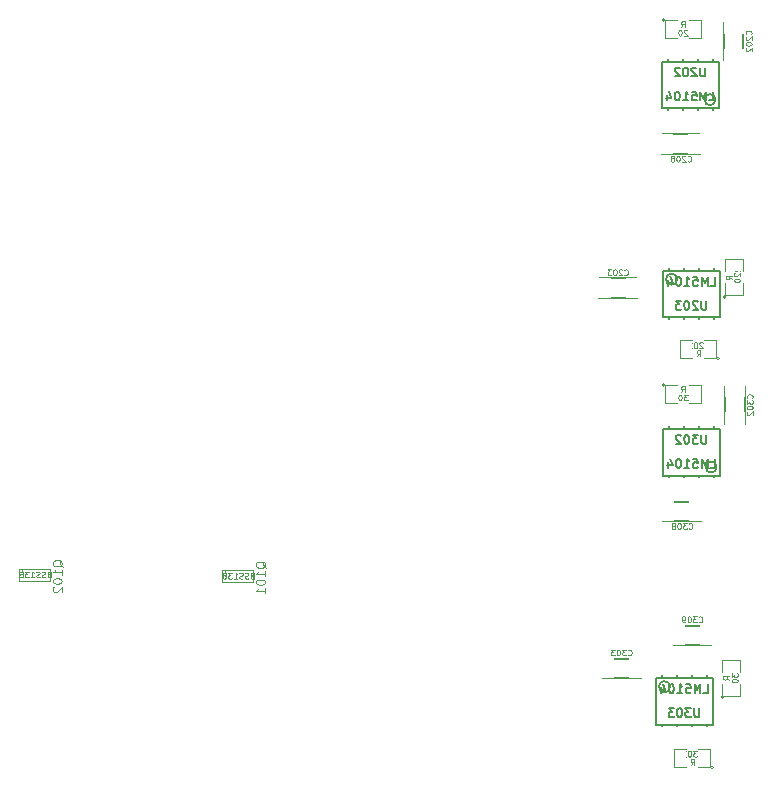
<source format=gbo>
G04 (created by PCBNEW (2013-07-07 BZR 4022)-stable) date 01/04/2014 01:53:02*
%MOIN*%
G04 Gerber Fmt 3.4, Leading zero omitted, Abs format*
%FSLAX34Y34*%
G01*
G70*
G90*
G04 APERTURE LIST*
%ADD10C,0.00590551*%
%ADD11C,0.005*%
%ADD12C,0.0039*%
%ADD13C,0.0031*%
%ADD14C,0.0059*%
%ADD15C,0.0043*%
%ADD16C,0.0047*%
%ADD17R,0.025X0.05*%
%ADD18R,0.055X0.035*%
%ADD19R,0.035X0.055*%
%ADD20R,0.06X0.06*%
%ADD21C,0.06*%
%ADD22C,0.11811*%
%ADD23R,0.071X0.063*%
%ADD24R,0.063X0.071*%
%ADD25O,0.11811X0.0708661*%
%ADD26O,0.11811X0.11811*%
%ADD27R,0.0315X0.0394*%
G04 APERTURE END LIST*
G54D10*
G54D11*
X58380Y-39480D02*
X58380Y-37920D01*
X58380Y-37920D02*
X60280Y-37920D01*
X60280Y-37920D02*
X60280Y-39480D01*
X60280Y-39480D02*
X58380Y-39480D01*
X58580Y-39480D02*
X58580Y-39910D01*
X59080Y-39480D02*
X59080Y-39910D01*
X59580Y-39480D02*
X59580Y-39910D01*
X60080Y-39910D02*
X60080Y-39480D01*
X60080Y-37920D02*
X60080Y-37490D01*
X59580Y-37490D02*
X59580Y-37920D01*
X59080Y-37490D02*
X59080Y-37920D01*
X58580Y-37490D02*
X58580Y-37920D01*
X58856Y-38210D02*
G75*
G03X58856Y-38210I-186J0D01*
G74*
G01*
X60241Y-30952D02*
X60241Y-32512D01*
X60241Y-32512D02*
X58341Y-32512D01*
X58341Y-32512D02*
X58341Y-30952D01*
X58341Y-30952D02*
X60241Y-30952D01*
X60041Y-30952D02*
X60041Y-30522D01*
X59541Y-30952D02*
X59541Y-30522D01*
X59041Y-30952D02*
X59041Y-30522D01*
X58541Y-30522D02*
X58541Y-30952D01*
X58541Y-32512D02*
X58541Y-32942D01*
X59041Y-32942D02*
X59041Y-32512D01*
X59541Y-32942D02*
X59541Y-32512D01*
X60041Y-32942D02*
X60041Y-32512D01*
X60137Y-32222D02*
G75*
G03X60137Y-32222I-186J0D01*
G74*
G01*
X60280Y-43196D02*
X60280Y-44756D01*
X60280Y-44756D02*
X58380Y-44756D01*
X58380Y-44756D02*
X58380Y-43196D01*
X58380Y-43196D02*
X60280Y-43196D01*
X60080Y-43196D02*
X60080Y-42766D01*
X59580Y-43196D02*
X59580Y-42766D01*
X59080Y-43196D02*
X59080Y-42766D01*
X58580Y-42766D02*
X58580Y-43196D01*
X58580Y-44756D02*
X58580Y-45186D01*
X59080Y-45186D02*
X59080Y-44756D01*
X59580Y-45186D02*
X59580Y-44756D01*
X60080Y-45186D02*
X60080Y-44756D01*
X60176Y-44466D02*
G75*
G03X60176Y-44466I-186J0D01*
G74*
G01*
X58144Y-53063D02*
X58144Y-51503D01*
X58144Y-51503D02*
X60044Y-51503D01*
X60044Y-51503D02*
X60044Y-53063D01*
X60044Y-53063D02*
X58144Y-53063D01*
X58344Y-53063D02*
X58344Y-53493D01*
X58844Y-53063D02*
X58844Y-53493D01*
X59344Y-53063D02*
X59344Y-53493D01*
X59844Y-53493D02*
X59844Y-53063D01*
X59844Y-51503D02*
X59844Y-51073D01*
X59344Y-51073D02*
X59344Y-51503D01*
X58844Y-51073D02*
X58844Y-51503D01*
X58344Y-51073D02*
X58344Y-51503D01*
X58620Y-51793D02*
G75*
G03X58620Y-51793I-186J0D01*
G74*
G01*
G54D12*
X60419Y-52146D02*
G75*
G03X60419Y-52146I-50J0D01*
G74*
G01*
X60369Y-51696D02*
X60369Y-52096D01*
X60369Y-52096D02*
X60969Y-52096D01*
X60969Y-52096D02*
X60969Y-51696D01*
X60969Y-51296D02*
X60969Y-50896D01*
X60969Y-50896D02*
X60369Y-50896D01*
X60369Y-50896D02*
X60369Y-51296D01*
X60498Y-38799D02*
G75*
G03X60498Y-38799I-50J0D01*
G74*
G01*
X60448Y-38349D02*
X60448Y-38749D01*
X60448Y-38749D02*
X61048Y-38749D01*
X61048Y-38749D02*
X61048Y-38349D01*
X61048Y-37949D02*
X61048Y-37549D01*
X61048Y-37549D02*
X60448Y-37549D01*
X60448Y-37549D02*
X60448Y-37949D01*
X58455Y-29581D02*
G75*
G03X58455Y-29581I-50J0D01*
G74*
G01*
X58855Y-29581D02*
X58455Y-29581D01*
X58455Y-29581D02*
X58455Y-30181D01*
X58455Y-30181D02*
X58855Y-30181D01*
X59255Y-30181D02*
X59655Y-30181D01*
X59655Y-30181D02*
X59655Y-29581D01*
X59655Y-29581D02*
X59255Y-29581D01*
X60266Y-40851D02*
G75*
G03X60266Y-40851I-50J0D01*
G74*
G01*
X59766Y-40851D02*
X60166Y-40851D01*
X60166Y-40851D02*
X60166Y-40251D01*
X60166Y-40251D02*
X59766Y-40251D01*
X59366Y-40251D02*
X58966Y-40251D01*
X58966Y-40251D02*
X58966Y-40851D01*
X58966Y-40851D02*
X59366Y-40851D01*
X60070Y-54473D02*
G75*
G03X60070Y-54473I-50J0D01*
G74*
G01*
X59570Y-54473D02*
X59970Y-54473D01*
X59970Y-54473D02*
X59970Y-53873D01*
X59970Y-53873D02*
X59570Y-53873D01*
X59170Y-53873D02*
X58770Y-53873D01*
X58770Y-53873D02*
X58770Y-54473D01*
X58770Y-54473D02*
X59170Y-54473D01*
X58455Y-41747D02*
G75*
G03X58455Y-41747I-50J0D01*
G74*
G01*
X58855Y-41747D02*
X58455Y-41747D01*
X58455Y-41747D02*
X58455Y-42347D01*
X58455Y-42347D02*
X58855Y-42347D01*
X59255Y-42347D02*
X59655Y-42347D01*
X59655Y-42347D02*
X59655Y-41747D01*
X59655Y-41747D02*
X59255Y-41747D01*
G54D11*
X60467Y-41951D02*
X61107Y-41951D01*
X61107Y-42851D02*
X60467Y-42851D01*
X61107Y-43031D02*
X60467Y-43031D01*
X60467Y-43031D02*
X60467Y-41771D01*
X60467Y-41771D02*
X61107Y-41771D01*
X61107Y-41771D02*
X61107Y-43031D01*
X56557Y-51501D02*
X56557Y-50861D01*
X57457Y-50861D02*
X57457Y-51501D01*
X57637Y-50861D02*
X57637Y-51501D01*
X57637Y-51501D02*
X56377Y-51501D01*
X56377Y-51501D02*
X56377Y-50861D01*
X56377Y-50861D02*
X57637Y-50861D01*
X58920Y-50398D02*
X58920Y-49758D01*
X59820Y-49758D02*
X59820Y-50398D01*
X60000Y-49758D02*
X60000Y-50398D01*
X60000Y-50398D02*
X58740Y-50398D01*
X58740Y-50398D02*
X58740Y-49758D01*
X58740Y-49758D02*
X60000Y-49758D01*
X59465Y-45624D02*
X59465Y-46264D01*
X58565Y-46264D02*
X58565Y-45624D01*
X58385Y-46264D02*
X58385Y-45624D01*
X58385Y-45624D02*
X59645Y-45624D01*
X59645Y-45624D02*
X59645Y-46264D01*
X59645Y-46264D02*
X58385Y-46264D01*
X59426Y-33380D02*
X59426Y-34020D01*
X58526Y-34020D02*
X58526Y-33380D01*
X58346Y-34020D02*
X58346Y-33380D01*
X58346Y-33380D02*
X59606Y-33380D01*
X59606Y-33380D02*
X59606Y-34020D01*
X59606Y-34020D02*
X58346Y-34020D01*
X60428Y-29825D02*
X61068Y-29825D01*
X61068Y-30725D02*
X60428Y-30725D01*
X61068Y-30905D02*
X60428Y-30905D01*
X60428Y-30905D02*
X60428Y-29645D01*
X60428Y-29645D02*
X61068Y-29645D01*
X61068Y-29645D02*
X61068Y-30905D01*
X56439Y-38823D02*
X56439Y-38183D01*
X57339Y-38183D02*
X57339Y-38823D01*
X57519Y-38183D02*
X57519Y-38823D01*
X57519Y-38823D02*
X56259Y-38823D01*
X56259Y-38823D02*
X56259Y-38183D01*
X56259Y-38183D02*
X57519Y-38183D01*
G54D13*
X43812Y-47972D02*
G75*
G03X43812Y-47972I-62J0D01*
G74*
G01*
X44712Y-48310D02*
X44712Y-47910D01*
X43687Y-48310D02*
X43687Y-47910D01*
X44712Y-47910D02*
X43687Y-47910D01*
X43687Y-48310D02*
X44712Y-48310D01*
X37040Y-47932D02*
G75*
G03X37040Y-47932I-62J0D01*
G74*
G01*
X37940Y-48270D02*
X37940Y-47870D01*
X36915Y-48270D02*
X36915Y-47870D01*
X37940Y-47870D02*
X36915Y-47870D01*
X36915Y-48270D02*
X37940Y-48270D01*
G54D14*
X59836Y-38925D02*
X59836Y-39164D01*
X59822Y-39192D01*
X59808Y-39206D01*
X59780Y-39220D01*
X59724Y-39220D01*
X59695Y-39206D01*
X59681Y-39192D01*
X59667Y-39164D01*
X59667Y-38925D01*
X59541Y-38953D02*
X59527Y-38939D01*
X59499Y-38925D01*
X59429Y-38925D01*
X59400Y-38939D01*
X59386Y-38953D01*
X59372Y-38981D01*
X59372Y-39009D01*
X59386Y-39051D01*
X59555Y-39220D01*
X59372Y-39220D01*
X59190Y-38925D02*
X59162Y-38925D01*
X59134Y-38939D01*
X59119Y-38953D01*
X59105Y-38981D01*
X59091Y-39037D01*
X59091Y-39107D01*
X59105Y-39164D01*
X59119Y-39192D01*
X59134Y-39206D01*
X59162Y-39220D01*
X59190Y-39220D01*
X59218Y-39206D01*
X59232Y-39192D01*
X59246Y-39164D01*
X59260Y-39107D01*
X59260Y-39037D01*
X59246Y-38981D01*
X59232Y-38953D01*
X59218Y-38939D01*
X59190Y-38925D01*
X58993Y-38925D02*
X58810Y-38925D01*
X58909Y-39037D01*
X58867Y-39037D01*
X58839Y-39051D01*
X58824Y-39065D01*
X58810Y-39093D01*
X58810Y-39164D01*
X58824Y-39192D01*
X58839Y-39206D01*
X58867Y-39220D01*
X58951Y-39220D01*
X58979Y-39206D01*
X58993Y-39192D01*
X59969Y-38420D02*
X60110Y-38420D01*
X60110Y-38125D01*
X59871Y-38420D02*
X59871Y-38125D01*
X59773Y-38335D01*
X59674Y-38125D01*
X59674Y-38420D01*
X59393Y-38125D02*
X59534Y-38125D01*
X59548Y-38265D01*
X59534Y-38251D01*
X59506Y-38237D01*
X59436Y-38237D01*
X59407Y-38251D01*
X59393Y-38265D01*
X59379Y-38293D01*
X59379Y-38364D01*
X59393Y-38392D01*
X59407Y-38406D01*
X59436Y-38420D01*
X59506Y-38420D01*
X59534Y-38406D01*
X59548Y-38392D01*
X59098Y-38420D02*
X59267Y-38420D01*
X59183Y-38420D02*
X59183Y-38125D01*
X59211Y-38167D01*
X59239Y-38195D01*
X59267Y-38209D01*
X58916Y-38125D02*
X58888Y-38125D01*
X58860Y-38139D01*
X58846Y-38153D01*
X58832Y-38181D01*
X58817Y-38237D01*
X58817Y-38307D01*
X58832Y-38364D01*
X58846Y-38392D01*
X58860Y-38406D01*
X58888Y-38420D01*
X58916Y-38420D01*
X58944Y-38406D01*
X58958Y-38392D01*
X58972Y-38364D01*
X58986Y-38307D01*
X58986Y-38237D01*
X58972Y-38181D01*
X58958Y-38153D01*
X58944Y-38139D01*
X58916Y-38125D01*
X58565Y-38223D02*
X58565Y-38420D01*
X58635Y-38111D02*
X58705Y-38321D01*
X58522Y-38321D01*
X59797Y-31156D02*
X59797Y-31395D01*
X59783Y-31423D01*
X59768Y-31437D01*
X59740Y-31451D01*
X59684Y-31451D01*
X59656Y-31437D01*
X59642Y-31423D01*
X59628Y-31395D01*
X59628Y-31156D01*
X59502Y-31184D02*
X59488Y-31170D01*
X59459Y-31156D01*
X59389Y-31156D01*
X59361Y-31170D01*
X59347Y-31184D01*
X59333Y-31212D01*
X59333Y-31240D01*
X59347Y-31283D01*
X59516Y-31451D01*
X59333Y-31451D01*
X59150Y-31156D02*
X59122Y-31156D01*
X59094Y-31170D01*
X59080Y-31184D01*
X59066Y-31212D01*
X59052Y-31269D01*
X59052Y-31339D01*
X59066Y-31395D01*
X59080Y-31423D01*
X59094Y-31437D01*
X59122Y-31451D01*
X59150Y-31451D01*
X59178Y-31437D01*
X59193Y-31423D01*
X59207Y-31395D01*
X59221Y-31339D01*
X59221Y-31269D01*
X59207Y-31212D01*
X59193Y-31184D01*
X59178Y-31170D01*
X59150Y-31156D01*
X58940Y-31184D02*
X58926Y-31170D01*
X58898Y-31156D01*
X58827Y-31156D01*
X58799Y-31170D01*
X58785Y-31184D01*
X58771Y-31212D01*
X58771Y-31240D01*
X58785Y-31283D01*
X58954Y-31451D01*
X58771Y-31451D01*
X59930Y-32251D02*
X60070Y-32251D01*
X60070Y-31956D01*
X59832Y-32251D02*
X59832Y-31956D01*
X59733Y-32167D01*
X59635Y-31956D01*
X59635Y-32251D01*
X59354Y-31956D02*
X59495Y-31956D01*
X59509Y-32097D01*
X59495Y-32083D01*
X59466Y-32069D01*
X59396Y-32069D01*
X59368Y-32083D01*
X59354Y-32097D01*
X59340Y-32125D01*
X59340Y-32195D01*
X59354Y-32223D01*
X59368Y-32237D01*
X59396Y-32251D01*
X59466Y-32251D01*
X59495Y-32237D01*
X59509Y-32223D01*
X59059Y-32251D02*
X59228Y-32251D01*
X59143Y-32251D02*
X59143Y-31956D01*
X59171Y-31998D01*
X59200Y-32026D01*
X59228Y-32040D01*
X58876Y-31956D02*
X58848Y-31956D01*
X58820Y-31970D01*
X58806Y-31984D01*
X58792Y-32012D01*
X58778Y-32069D01*
X58778Y-32139D01*
X58792Y-32195D01*
X58806Y-32223D01*
X58820Y-32237D01*
X58848Y-32251D01*
X58876Y-32251D01*
X58905Y-32237D01*
X58919Y-32223D01*
X58933Y-32195D01*
X58947Y-32139D01*
X58947Y-32069D01*
X58933Y-32012D01*
X58919Y-31984D01*
X58905Y-31970D01*
X58876Y-31956D01*
X58525Y-32055D02*
X58525Y-32251D01*
X58595Y-31942D02*
X58666Y-32153D01*
X58483Y-32153D01*
X59836Y-43400D02*
X59836Y-43639D01*
X59822Y-43667D01*
X59808Y-43681D01*
X59780Y-43695D01*
X59724Y-43695D01*
X59695Y-43681D01*
X59681Y-43667D01*
X59667Y-43639D01*
X59667Y-43400D01*
X59555Y-43400D02*
X59372Y-43400D01*
X59471Y-43513D01*
X59429Y-43513D01*
X59400Y-43527D01*
X59386Y-43541D01*
X59372Y-43569D01*
X59372Y-43639D01*
X59386Y-43667D01*
X59400Y-43681D01*
X59429Y-43695D01*
X59513Y-43695D01*
X59541Y-43681D01*
X59555Y-43667D01*
X59190Y-43400D02*
X59162Y-43400D01*
X59134Y-43414D01*
X59119Y-43428D01*
X59105Y-43456D01*
X59091Y-43513D01*
X59091Y-43583D01*
X59105Y-43639D01*
X59119Y-43667D01*
X59134Y-43681D01*
X59162Y-43695D01*
X59190Y-43695D01*
X59218Y-43681D01*
X59232Y-43667D01*
X59246Y-43639D01*
X59260Y-43583D01*
X59260Y-43513D01*
X59246Y-43456D01*
X59232Y-43428D01*
X59218Y-43414D01*
X59190Y-43400D01*
X58979Y-43428D02*
X58965Y-43414D01*
X58937Y-43400D01*
X58867Y-43400D01*
X58839Y-43414D01*
X58824Y-43428D01*
X58810Y-43456D01*
X58810Y-43485D01*
X58824Y-43527D01*
X58993Y-43695D01*
X58810Y-43695D01*
X59969Y-44495D02*
X60110Y-44495D01*
X60110Y-44200D01*
X59871Y-44495D02*
X59871Y-44200D01*
X59773Y-44411D01*
X59674Y-44200D01*
X59674Y-44495D01*
X59393Y-44200D02*
X59534Y-44200D01*
X59548Y-44341D01*
X59534Y-44327D01*
X59506Y-44313D01*
X59436Y-44313D01*
X59407Y-44327D01*
X59393Y-44341D01*
X59379Y-44369D01*
X59379Y-44439D01*
X59393Y-44467D01*
X59407Y-44481D01*
X59436Y-44495D01*
X59506Y-44495D01*
X59534Y-44481D01*
X59548Y-44467D01*
X59098Y-44495D02*
X59267Y-44495D01*
X59183Y-44495D02*
X59183Y-44200D01*
X59211Y-44242D01*
X59239Y-44271D01*
X59267Y-44285D01*
X58916Y-44200D02*
X58888Y-44200D01*
X58860Y-44214D01*
X58846Y-44228D01*
X58832Y-44256D01*
X58817Y-44313D01*
X58817Y-44383D01*
X58832Y-44439D01*
X58846Y-44467D01*
X58860Y-44481D01*
X58888Y-44495D01*
X58916Y-44495D01*
X58944Y-44481D01*
X58958Y-44467D01*
X58972Y-44439D01*
X58986Y-44383D01*
X58986Y-44313D01*
X58972Y-44256D01*
X58958Y-44228D01*
X58944Y-44214D01*
X58916Y-44200D01*
X58565Y-44299D02*
X58565Y-44495D01*
X58635Y-44186D02*
X58705Y-44397D01*
X58522Y-44397D01*
X59600Y-52507D02*
X59600Y-52746D01*
X59586Y-52774D01*
X59572Y-52788D01*
X59544Y-52802D01*
X59487Y-52802D01*
X59459Y-52788D01*
X59445Y-52774D01*
X59431Y-52746D01*
X59431Y-52507D01*
X59319Y-52507D02*
X59136Y-52507D01*
X59234Y-52620D01*
X59192Y-52620D01*
X59164Y-52634D01*
X59150Y-52648D01*
X59136Y-52676D01*
X59136Y-52746D01*
X59150Y-52774D01*
X59164Y-52788D01*
X59192Y-52802D01*
X59277Y-52802D01*
X59305Y-52788D01*
X59319Y-52774D01*
X58954Y-52507D02*
X58925Y-52507D01*
X58897Y-52521D01*
X58883Y-52535D01*
X58869Y-52564D01*
X58855Y-52620D01*
X58855Y-52690D01*
X58869Y-52746D01*
X58883Y-52774D01*
X58897Y-52788D01*
X58925Y-52802D01*
X58954Y-52802D01*
X58982Y-52788D01*
X58996Y-52774D01*
X59010Y-52746D01*
X59024Y-52690D01*
X59024Y-52620D01*
X59010Y-52564D01*
X58996Y-52535D01*
X58982Y-52521D01*
X58954Y-52507D01*
X58757Y-52507D02*
X58574Y-52507D01*
X58673Y-52620D01*
X58630Y-52620D01*
X58602Y-52634D01*
X58588Y-52648D01*
X58574Y-52676D01*
X58574Y-52746D01*
X58588Y-52774D01*
X58602Y-52788D01*
X58630Y-52802D01*
X58715Y-52802D01*
X58743Y-52788D01*
X58757Y-52774D01*
X59733Y-52002D02*
X59874Y-52002D01*
X59874Y-51707D01*
X59635Y-52002D02*
X59635Y-51707D01*
X59536Y-51918D01*
X59438Y-51707D01*
X59438Y-52002D01*
X59157Y-51707D02*
X59298Y-51707D01*
X59312Y-51848D01*
X59298Y-51834D01*
X59270Y-51820D01*
X59199Y-51820D01*
X59171Y-51834D01*
X59157Y-51848D01*
X59143Y-51876D01*
X59143Y-51946D01*
X59157Y-51974D01*
X59171Y-51988D01*
X59199Y-52002D01*
X59270Y-52002D01*
X59298Y-51988D01*
X59312Y-51974D01*
X58862Y-52002D02*
X59031Y-52002D01*
X58946Y-52002D02*
X58946Y-51707D01*
X58975Y-51750D01*
X59003Y-51778D01*
X59031Y-51792D01*
X58680Y-51707D02*
X58651Y-51707D01*
X58623Y-51721D01*
X58609Y-51735D01*
X58595Y-51764D01*
X58581Y-51820D01*
X58581Y-51890D01*
X58595Y-51946D01*
X58609Y-51974D01*
X58623Y-51988D01*
X58651Y-52002D01*
X58680Y-52002D01*
X58708Y-51988D01*
X58722Y-51974D01*
X58736Y-51946D01*
X58750Y-51890D01*
X58750Y-51820D01*
X58736Y-51764D01*
X58722Y-51735D01*
X58708Y-51721D01*
X58680Y-51707D01*
X58328Y-51806D02*
X58328Y-52002D01*
X58399Y-51693D02*
X58469Y-51904D01*
X58286Y-51904D01*
G54D15*
X60874Y-51275D02*
X60780Y-51209D01*
X60874Y-51163D02*
X60677Y-51163D01*
X60677Y-51238D01*
X60686Y-51256D01*
X60695Y-51266D01*
X60714Y-51275D01*
X60742Y-51275D01*
X60761Y-51266D01*
X60770Y-51256D01*
X60780Y-51238D01*
X60780Y-51163D01*
X60677Y-51341D02*
X60677Y-51463D01*
X60752Y-51397D01*
X60752Y-51425D01*
X60761Y-51444D01*
X60770Y-51453D01*
X60789Y-51463D01*
X60836Y-51463D01*
X60855Y-51453D01*
X60864Y-51444D01*
X60874Y-51425D01*
X60874Y-51369D01*
X60864Y-51350D01*
X60855Y-51341D01*
X60677Y-51585D02*
X60677Y-51603D01*
X60686Y-51622D01*
X60695Y-51632D01*
X60714Y-51641D01*
X60752Y-51650D01*
X60798Y-51650D01*
X60836Y-51641D01*
X60855Y-51632D01*
X60864Y-51622D01*
X60874Y-51603D01*
X60874Y-51585D01*
X60864Y-51566D01*
X60855Y-51557D01*
X60836Y-51547D01*
X60798Y-51538D01*
X60752Y-51538D01*
X60714Y-51547D01*
X60695Y-51557D01*
X60686Y-51566D01*
X60677Y-51585D01*
X60677Y-51829D02*
X60677Y-51735D01*
X60770Y-51725D01*
X60761Y-51735D01*
X60752Y-51754D01*
X60752Y-51800D01*
X60761Y-51819D01*
X60770Y-51829D01*
X60789Y-51838D01*
X60836Y-51838D01*
X60855Y-51829D01*
X60864Y-51819D01*
X60874Y-51800D01*
X60874Y-51754D01*
X60864Y-51735D01*
X60855Y-51725D01*
X60599Y-51557D02*
X60505Y-51491D01*
X60599Y-51444D02*
X60402Y-51444D01*
X60402Y-51519D01*
X60411Y-51538D01*
X60420Y-51547D01*
X60439Y-51557D01*
X60467Y-51557D01*
X60486Y-51547D01*
X60495Y-51538D01*
X60505Y-51519D01*
X60505Y-51444D01*
X60952Y-37929D02*
X60858Y-37863D01*
X60952Y-37816D02*
X60755Y-37816D01*
X60755Y-37891D01*
X60765Y-37910D01*
X60774Y-37919D01*
X60793Y-37929D01*
X60821Y-37929D01*
X60840Y-37919D01*
X60849Y-37910D01*
X60858Y-37891D01*
X60858Y-37816D01*
X60774Y-38004D02*
X60765Y-38013D01*
X60755Y-38032D01*
X60755Y-38079D01*
X60765Y-38098D01*
X60774Y-38107D01*
X60793Y-38116D01*
X60812Y-38116D01*
X60840Y-38107D01*
X60952Y-37994D01*
X60952Y-38116D01*
X60755Y-38238D02*
X60755Y-38257D01*
X60765Y-38276D01*
X60774Y-38285D01*
X60793Y-38295D01*
X60830Y-38304D01*
X60877Y-38304D01*
X60915Y-38295D01*
X60934Y-38285D01*
X60943Y-38276D01*
X60952Y-38257D01*
X60952Y-38238D01*
X60943Y-38219D01*
X60934Y-38210D01*
X60915Y-38201D01*
X60877Y-38191D01*
X60830Y-38191D01*
X60793Y-38201D01*
X60774Y-38210D01*
X60765Y-38219D01*
X60755Y-38238D01*
X60755Y-38482D02*
X60755Y-38388D01*
X60849Y-38379D01*
X60840Y-38388D01*
X60830Y-38407D01*
X60830Y-38454D01*
X60840Y-38473D01*
X60849Y-38482D01*
X60868Y-38492D01*
X60915Y-38492D01*
X60934Y-38482D01*
X60943Y-38473D01*
X60952Y-38454D01*
X60952Y-38407D01*
X60943Y-38388D01*
X60934Y-38379D01*
X60677Y-38210D02*
X60583Y-38144D01*
X60677Y-38098D02*
X60480Y-38098D01*
X60480Y-38173D01*
X60490Y-38191D01*
X60499Y-38201D01*
X60518Y-38210D01*
X60546Y-38210D01*
X60565Y-38201D01*
X60574Y-38191D01*
X60583Y-38173D01*
X60583Y-38098D01*
X59275Y-30086D02*
X59341Y-29992D01*
X59388Y-30086D02*
X59388Y-29889D01*
X59313Y-29889D01*
X59294Y-29899D01*
X59284Y-29908D01*
X59275Y-29927D01*
X59275Y-29955D01*
X59284Y-29974D01*
X59294Y-29983D01*
X59313Y-29992D01*
X59388Y-29992D01*
X59200Y-29908D02*
X59191Y-29899D01*
X59172Y-29889D01*
X59125Y-29889D01*
X59106Y-29899D01*
X59097Y-29908D01*
X59087Y-29927D01*
X59087Y-29945D01*
X59097Y-29974D01*
X59209Y-30086D01*
X59087Y-30086D01*
X58965Y-29889D02*
X58947Y-29889D01*
X58928Y-29899D01*
X58919Y-29908D01*
X58909Y-29927D01*
X58900Y-29964D01*
X58900Y-30011D01*
X58909Y-30049D01*
X58919Y-30067D01*
X58928Y-30077D01*
X58947Y-30086D01*
X58965Y-30086D01*
X58984Y-30077D01*
X58994Y-30067D01*
X59003Y-30049D01*
X59012Y-30011D01*
X59012Y-29964D01*
X59003Y-29927D01*
X58994Y-29908D01*
X58984Y-29899D01*
X58965Y-29889D01*
X58712Y-30086D02*
X58825Y-30086D01*
X58768Y-30086D02*
X58768Y-29889D01*
X58787Y-29917D01*
X58806Y-29936D01*
X58825Y-29945D01*
X58994Y-29811D02*
X59059Y-29717D01*
X59106Y-29811D02*
X59106Y-29614D01*
X59031Y-29614D01*
X59012Y-29624D01*
X59003Y-29633D01*
X58994Y-29652D01*
X58994Y-29680D01*
X59003Y-29699D01*
X59012Y-29708D01*
X59031Y-29717D01*
X59106Y-29717D01*
X59787Y-40505D02*
X59853Y-40412D01*
X59899Y-40505D02*
X59899Y-40308D01*
X59824Y-40308D01*
X59806Y-40318D01*
X59796Y-40327D01*
X59787Y-40346D01*
X59787Y-40374D01*
X59796Y-40393D01*
X59806Y-40402D01*
X59824Y-40412D01*
X59899Y-40412D01*
X59712Y-40327D02*
X59702Y-40318D01*
X59684Y-40308D01*
X59637Y-40308D01*
X59618Y-40318D01*
X59609Y-40327D01*
X59599Y-40346D01*
X59599Y-40365D01*
X59609Y-40393D01*
X59721Y-40505D01*
X59599Y-40505D01*
X59477Y-40308D02*
X59459Y-40308D01*
X59440Y-40318D01*
X59430Y-40327D01*
X59421Y-40346D01*
X59412Y-40383D01*
X59412Y-40430D01*
X59421Y-40468D01*
X59430Y-40487D01*
X59440Y-40496D01*
X59459Y-40505D01*
X59477Y-40505D01*
X59496Y-40496D01*
X59505Y-40487D01*
X59515Y-40468D01*
X59524Y-40430D01*
X59524Y-40383D01*
X59515Y-40346D01*
X59505Y-40327D01*
X59496Y-40318D01*
X59477Y-40308D01*
X59337Y-40327D02*
X59327Y-40318D01*
X59308Y-40308D01*
X59262Y-40308D01*
X59243Y-40318D01*
X59233Y-40327D01*
X59224Y-40346D01*
X59224Y-40365D01*
X59233Y-40393D01*
X59346Y-40505D01*
X59224Y-40505D01*
X59505Y-40780D02*
X59571Y-40687D01*
X59618Y-40780D02*
X59618Y-40583D01*
X59543Y-40583D01*
X59524Y-40593D01*
X59515Y-40602D01*
X59505Y-40621D01*
X59505Y-40649D01*
X59515Y-40668D01*
X59524Y-40677D01*
X59543Y-40687D01*
X59618Y-40687D01*
X59590Y-54127D02*
X59656Y-54034D01*
X59703Y-54127D02*
X59703Y-53930D01*
X59628Y-53930D01*
X59609Y-53940D01*
X59599Y-53949D01*
X59590Y-53968D01*
X59590Y-53996D01*
X59599Y-54015D01*
X59609Y-54024D01*
X59628Y-54034D01*
X59703Y-54034D01*
X59524Y-53930D02*
X59402Y-53930D01*
X59468Y-54006D01*
X59440Y-54006D01*
X59421Y-54015D01*
X59412Y-54024D01*
X59402Y-54043D01*
X59402Y-54090D01*
X59412Y-54109D01*
X59421Y-54118D01*
X59440Y-54127D01*
X59496Y-54127D01*
X59515Y-54118D01*
X59524Y-54109D01*
X59280Y-53930D02*
X59262Y-53930D01*
X59243Y-53940D01*
X59234Y-53949D01*
X59224Y-53968D01*
X59215Y-54006D01*
X59215Y-54052D01*
X59224Y-54090D01*
X59234Y-54109D01*
X59243Y-54118D01*
X59262Y-54127D01*
X59280Y-54127D01*
X59299Y-54118D01*
X59309Y-54109D01*
X59318Y-54090D01*
X59327Y-54052D01*
X59327Y-54006D01*
X59318Y-53968D01*
X59309Y-53949D01*
X59299Y-53940D01*
X59280Y-53930D01*
X59140Y-53949D02*
X59130Y-53940D01*
X59112Y-53930D01*
X59065Y-53930D01*
X59046Y-53940D01*
X59037Y-53949D01*
X59027Y-53968D01*
X59027Y-53987D01*
X59037Y-54015D01*
X59149Y-54127D01*
X59027Y-54127D01*
X59309Y-54402D02*
X59374Y-54309D01*
X59421Y-54402D02*
X59421Y-54205D01*
X59346Y-54205D01*
X59327Y-54215D01*
X59318Y-54224D01*
X59309Y-54243D01*
X59309Y-54271D01*
X59318Y-54290D01*
X59327Y-54299D01*
X59346Y-54309D01*
X59421Y-54309D01*
X59275Y-42251D02*
X59341Y-42158D01*
X59388Y-42251D02*
X59388Y-42054D01*
X59313Y-42054D01*
X59294Y-42064D01*
X59284Y-42073D01*
X59275Y-42092D01*
X59275Y-42120D01*
X59284Y-42139D01*
X59294Y-42148D01*
X59313Y-42158D01*
X59388Y-42158D01*
X59209Y-42054D02*
X59087Y-42054D01*
X59153Y-42130D01*
X59125Y-42130D01*
X59106Y-42139D01*
X59097Y-42148D01*
X59087Y-42167D01*
X59087Y-42214D01*
X59097Y-42233D01*
X59106Y-42242D01*
X59125Y-42251D01*
X59181Y-42251D01*
X59200Y-42242D01*
X59209Y-42233D01*
X58965Y-42054D02*
X58947Y-42054D01*
X58928Y-42064D01*
X58919Y-42073D01*
X58909Y-42092D01*
X58900Y-42130D01*
X58900Y-42176D01*
X58909Y-42214D01*
X58919Y-42233D01*
X58928Y-42242D01*
X58947Y-42251D01*
X58965Y-42251D01*
X58984Y-42242D01*
X58994Y-42233D01*
X59003Y-42214D01*
X59012Y-42176D01*
X59012Y-42130D01*
X59003Y-42092D01*
X58994Y-42073D01*
X58984Y-42064D01*
X58965Y-42054D01*
X58712Y-42251D02*
X58825Y-42251D01*
X58768Y-42251D02*
X58768Y-42054D01*
X58787Y-42083D01*
X58806Y-42101D01*
X58825Y-42111D01*
X58994Y-41976D02*
X59059Y-41883D01*
X59106Y-41976D02*
X59106Y-41779D01*
X59031Y-41779D01*
X59012Y-41789D01*
X59003Y-41798D01*
X58994Y-41817D01*
X58994Y-41845D01*
X59003Y-41864D01*
X59012Y-41873D01*
X59031Y-41883D01*
X59106Y-41883D01*
G54D16*
X61358Y-42171D02*
X61367Y-42161D01*
X61377Y-42133D01*
X61377Y-42114D01*
X61367Y-42086D01*
X61348Y-42067D01*
X61330Y-42058D01*
X61292Y-42049D01*
X61264Y-42049D01*
X61227Y-42058D01*
X61208Y-42067D01*
X61189Y-42086D01*
X61180Y-42114D01*
X61180Y-42133D01*
X61189Y-42161D01*
X61198Y-42171D01*
X61180Y-42236D02*
X61180Y-42358D01*
X61255Y-42293D01*
X61255Y-42321D01*
X61264Y-42339D01*
X61273Y-42349D01*
X61292Y-42358D01*
X61339Y-42358D01*
X61358Y-42349D01*
X61367Y-42339D01*
X61377Y-42321D01*
X61377Y-42264D01*
X61367Y-42246D01*
X61358Y-42236D01*
X61180Y-42480D02*
X61180Y-42499D01*
X61189Y-42518D01*
X61198Y-42527D01*
X61217Y-42536D01*
X61255Y-42546D01*
X61302Y-42546D01*
X61339Y-42536D01*
X61358Y-42527D01*
X61367Y-42518D01*
X61377Y-42499D01*
X61377Y-42480D01*
X61367Y-42461D01*
X61358Y-42452D01*
X61339Y-42443D01*
X61302Y-42433D01*
X61255Y-42433D01*
X61217Y-42443D01*
X61198Y-42452D01*
X61189Y-42461D01*
X61180Y-42480D01*
X61198Y-42621D02*
X61189Y-42630D01*
X61180Y-42649D01*
X61180Y-42696D01*
X61189Y-42715D01*
X61198Y-42724D01*
X61217Y-42733D01*
X61236Y-42733D01*
X61264Y-42724D01*
X61377Y-42612D01*
X61377Y-42733D01*
X57218Y-50732D02*
X57227Y-50741D01*
X57255Y-50750D01*
X57274Y-50750D01*
X57302Y-50741D01*
X57321Y-50722D01*
X57330Y-50703D01*
X57340Y-50666D01*
X57340Y-50638D01*
X57330Y-50600D01*
X57321Y-50581D01*
X57302Y-50563D01*
X57274Y-50553D01*
X57255Y-50553D01*
X57227Y-50563D01*
X57218Y-50572D01*
X57152Y-50553D02*
X57030Y-50553D01*
X57096Y-50628D01*
X57068Y-50628D01*
X57049Y-50638D01*
X57040Y-50647D01*
X57030Y-50666D01*
X57030Y-50713D01*
X57040Y-50732D01*
X57049Y-50741D01*
X57068Y-50750D01*
X57124Y-50750D01*
X57143Y-50741D01*
X57152Y-50732D01*
X56908Y-50553D02*
X56889Y-50553D01*
X56871Y-50563D01*
X56861Y-50572D01*
X56852Y-50591D01*
X56843Y-50628D01*
X56843Y-50675D01*
X56852Y-50713D01*
X56861Y-50732D01*
X56871Y-50741D01*
X56889Y-50750D01*
X56908Y-50750D01*
X56927Y-50741D01*
X56936Y-50732D01*
X56946Y-50713D01*
X56955Y-50675D01*
X56955Y-50628D01*
X56946Y-50591D01*
X56936Y-50572D01*
X56927Y-50563D01*
X56908Y-50553D01*
X56777Y-50553D02*
X56655Y-50553D01*
X56721Y-50628D01*
X56692Y-50628D01*
X56674Y-50638D01*
X56664Y-50647D01*
X56655Y-50666D01*
X56655Y-50713D01*
X56664Y-50732D01*
X56674Y-50741D01*
X56692Y-50750D01*
X56749Y-50750D01*
X56768Y-50741D01*
X56777Y-50732D01*
X59580Y-49629D02*
X59589Y-49639D01*
X59618Y-49648D01*
X59636Y-49648D01*
X59664Y-49639D01*
X59683Y-49620D01*
X59693Y-49601D01*
X59702Y-49564D01*
X59702Y-49535D01*
X59693Y-49498D01*
X59683Y-49479D01*
X59664Y-49460D01*
X59636Y-49451D01*
X59618Y-49451D01*
X59589Y-49460D01*
X59580Y-49470D01*
X59514Y-49451D02*
X59392Y-49451D01*
X59458Y-49526D01*
X59430Y-49526D01*
X59411Y-49535D01*
X59402Y-49545D01*
X59392Y-49564D01*
X59392Y-49610D01*
X59402Y-49629D01*
X59411Y-49639D01*
X59430Y-49648D01*
X59486Y-49648D01*
X59505Y-49639D01*
X59514Y-49629D01*
X59270Y-49451D02*
X59252Y-49451D01*
X59233Y-49460D01*
X59224Y-49470D01*
X59214Y-49489D01*
X59205Y-49526D01*
X59205Y-49573D01*
X59214Y-49610D01*
X59224Y-49629D01*
X59233Y-49639D01*
X59252Y-49648D01*
X59270Y-49648D01*
X59289Y-49639D01*
X59299Y-49629D01*
X59308Y-49610D01*
X59317Y-49573D01*
X59317Y-49526D01*
X59308Y-49489D01*
X59299Y-49470D01*
X59289Y-49460D01*
X59270Y-49451D01*
X59111Y-49648D02*
X59073Y-49648D01*
X59055Y-49639D01*
X59045Y-49629D01*
X59027Y-49601D01*
X59017Y-49564D01*
X59017Y-49489D01*
X59027Y-49470D01*
X59036Y-49460D01*
X59055Y-49451D01*
X59092Y-49451D01*
X59111Y-49460D01*
X59120Y-49470D01*
X59130Y-49489D01*
X59130Y-49535D01*
X59120Y-49554D01*
X59111Y-49564D01*
X59092Y-49573D01*
X59055Y-49573D01*
X59036Y-49564D01*
X59027Y-49554D01*
X59017Y-49535D01*
X59246Y-46515D02*
X59255Y-46525D01*
X59283Y-46534D01*
X59302Y-46534D01*
X59330Y-46525D01*
X59349Y-46506D01*
X59358Y-46487D01*
X59368Y-46450D01*
X59368Y-46422D01*
X59358Y-46384D01*
X59349Y-46365D01*
X59330Y-46347D01*
X59302Y-46337D01*
X59283Y-46337D01*
X59255Y-46347D01*
X59246Y-46356D01*
X59180Y-46337D02*
X59058Y-46337D01*
X59124Y-46412D01*
X59096Y-46412D01*
X59077Y-46422D01*
X59067Y-46431D01*
X59058Y-46450D01*
X59058Y-46497D01*
X59067Y-46515D01*
X59077Y-46525D01*
X59096Y-46534D01*
X59152Y-46534D01*
X59171Y-46525D01*
X59180Y-46515D01*
X58936Y-46337D02*
X58917Y-46337D01*
X58899Y-46347D01*
X58889Y-46356D01*
X58880Y-46375D01*
X58870Y-46412D01*
X58870Y-46459D01*
X58880Y-46497D01*
X58889Y-46515D01*
X58899Y-46525D01*
X58917Y-46534D01*
X58936Y-46534D01*
X58955Y-46525D01*
X58964Y-46515D01*
X58974Y-46497D01*
X58983Y-46459D01*
X58983Y-46412D01*
X58974Y-46375D01*
X58964Y-46356D01*
X58955Y-46347D01*
X58936Y-46337D01*
X58758Y-46422D02*
X58777Y-46412D01*
X58786Y-46403D01*
X58795Y-46384D01*
X58795Y-46375D01*
X58786Y-46356D01*
X58777Y-46347D01*
X58758Y-46337D01*
X58720Y-46337D01*
X58702Y-46347D01*
X58692Y-46356D01*
X58683Y-46375D01*
X58683Y-46384D01*
X58692Y-46403D01*
X58702Y-46412D01*
X58720Y-46422D01*
X58758Y-46422D01*
X58777Y-46431D01*
X58786Y-46440D01*
X58795Y-46459D01*
X58795Y-46497D01*
X58786Y-46515D01*
X58777Y-46525D01*
X58758Y-46534D01*
X58720Y-46534D01*
X58702Y-46525D01*
X58692Y-46515D01*
X58683Y-46497D01*
X58683Y-46459D01*
X58692Y-46440D01*
X58702Y-46431D01*
X58720Y-46422D01*
X59206Y-34271D02*
X59216Y-34281D01*
X59244Y-34290D01*
X59263Y-34290D01*
X59291Y-34281D01*
X59310Y-34262D01*
X59319Y-34243D01*
X59328Y-34206D01*
X59328Y-34177D01*
X59319Y-34140D01*
X59310Y-34121D01*
X59291Y-34102D01*
X59263Y-34093D01*
X59244Y-34093D01*
X59216Y-34102D01*
X59206Y-34112D01*
X59131Y-34112D02*
X59122Y-34102D01*
X59103Y-34093D01*
X59056Y-34093D01*
X59037Y-34102D01*
X59028Y-34112D01*
X59019Y-34131D01*
X59019Y-34149D01*
X59028Y-34177D01*
X59141Y-34290D01*
X59019Y-34290D01*
X58897Y-34093D02*
X58878Y-34093D01*
X58859Y-34102D01*
X58850Y-34112D01*
X58840Y-34131D01*
X58831Y-34168D01*
X58831Y-34215D01*
X58840Y-34253D01*
X58850Y-34271D01*
X58859Y-34281D01*
X58878Y-34290D01*
X58897Y-34290D01*
X58916Y-34281D01*
X58925Y-34271D01*
X58934Y-34253D01*
X58944Y-34215D01*
X58944Y-34168D01*
X58934Y-34131D01*
X58925Y-34112D01*
X58916Y-34102D01*
X58897Y-34093D01*
X58719Y-34177D02*
X58737Y-34168D01*
X58747Y-34159D01*
X58756Y-34140D01*
X58756Y-34131D01*
X58747Y-34112D01*
X58737Y-34102D01*
X58719Y-34093D01*
X58681Y-34093D01*
X58662Y-34102D01*
X58653Y-34112D01*
X58643Y-34131D01*
X58643Y-34140D01*
X58653Y-34159D01*
X58662Y-34168D01*
X58681Y-34177D01*
X58719Y-34177D01*
X58737Y-34187D01*
X58747Y-34196D01*
X58756Y-34215D01*
X58756Y-34253D01*
X58747Y-34271D01*
X58737Y-34281D01*
X58719Y-34290D01*
X58681Y-34290D01*
X58662Y-34281D01*
X58653Y-34271D01*
X58643Y-34253D01*
X58643Y-34215D01*
X58653Y-34196D01*
X58662Y-34187D01*
X58681Y-34177D01*
X61319Y-30045D02*
X61328Y-30035D01*
X61337Y-30007D01*
X61337Y-29988D01*
X61328Y-29960D01*
X61309Y-29941D01*
X61290Y-29932D01*
X61253Y-29923D01*
X61225Y-29923D01*
X61187Y-29932D01*
X61168Y-29941D01*
X61150Y-29960D01*
X61140Y-29988D01*
X61140Y-30007D01*
X61150Y-30035D01*
X61159Y-30045D01*
X61159Y-30120D02*
X61150Y-30129D01*
X61140Y-30148D01*
X61140Y-30195D01*
X61150Y-30213D01*
X61159Y-30223D01*
X61178Y-30232D01*
X61197Y-30232D01*
X61225Y-30223D01*
X61337Y-30110D01*
X61337Y-30232D01*
X61140Y-30354D02*
X61140Y-30373D01*
X61150Y-30392D01*
X61159Y-30401D01*
X61178Y-30410D01*
X61215Y-30420D01*
X61262Y-30420D01*
X61300Y-30410D01*
X61319Y-30401D01*
X61328Y-30392D01*
X61337Y-30373D01*
X61337Y-30354D01*
X61328Y-30335D01*
X61319Y-30326D01*
X61300Y-30317D01*
X61262Y-30307D01*
X61215Y-30307D01*
X61178Y-30317D01*
X61159Y-30326D01*
X61150Y-30335D01*
X61140Y-30354D01*
X61159Y-30495D02*
X61150Y-30504D01*
X61140Y-30523D01*
X61140Y-30570D01*
X61150Y-30589D01*
X61159Y-30598D01*
X61178Y-30607D01*
X61197Y-30607D01*
X61225Y-30598D01*
X61337Y-30486D01*
X61337Y-30607D01*
X57100Y-38054D02*
X57109Y-38064D01*
X57137Y-38073D01*
X57156Y-38073D01*
X57184Y-38064D01*
X57203Y-38045D01*
X57212Y-38026D01*
X57222Y-37989D01*
X57222Y-37961D01*
X57212Y-37923D01*
X57203Y-37904D01*
X57184Y-37886D01*
X57156Y-37876D01*
X57137Y-37876D01*
X57109Y-37886D01*
X57100Y-37895D01*
X57025Y-37895D02*
X57015Y-37886D01*
X56997Y-37876D01*
X56950Y-37876D01*
X56931Y-37886D01*
X56921Y-37895D01*
X56912Y-37914D01*
X56912Y-37932D01*
X56921Y-37961D01*
X57034Y-38073D01*
X56912Y-38073D01*
X56790Y-37876D02*
X56771Y-37876D01*
X56753Y-37886D01*
X56743Y-37895D01*
X56734Y-37914D01*
X56724Y-37951D01*
X56724Y-37998D01*
X56734Y-38036D01*
X56743Y-38054D01*
X56753Y-38064D01*
X56771Y-38073D01*
X56790Y-38073D01*
X56809Y-38064D01*
X56818Y-38054D01*
X56828Y-38036D01*
X56837Y-37998D01*
X56837Y-37951D01*
X56828Y-37914D01*
X56818Y-37895D01*
X56809Y-37886D01*
X56790Y-37876D01*
X56659Y-37876D02*
X56537Y-37876D01*
X56603Y-37951D01*
X56574Y-37951D01*
X56556Y-37961D01*
X56546Y-37970D01*
X56537Y-37989D01*
X56537Y-38036D01*
X56546Y-38054D01*
X56556Y-38064D01*
X56574Y-38073D01*
X56631Y-38073D01*
X56649Y-38064D01*
X56659Y-38054D01*
X45149Y-47834D02*
X45135Y-47806D01*
X45106Y-47777D01*
X45063Y-47734D01*
X45049Y-47706D01*
X45049Y-47677D01*
X45121Y-47692D02*
X45106Y-47663D01*
X45078Y-47634D01*
X45021Y-47620D01*
X44921Y-47620D01*
X44863Y-47634D01*
X44835Y-47663D01*
X44821Y-47692D01*
X44821Y-47749D01*
X44835Y-47777D01*
X44863Y-47806D01*
X44921Y-47820D01*
X45021Y-47820D01*
X45078Y-47806D01*
X45106Y-47777D01*
X45121Y-47749D01*
X45121Y-47692D01*
X45121Y-48106D02*
X45121Y-47934D01*
X45121Y-48020D02*
X44821Y-48020D01*
X44863Y-47992D01*
X44892Y-47963D01*
X44906Y-47934D01*
X44821Y-48292D02*
X44821Y-48320D01*
X44835Y-48349D01*
X44849Y-48363D01*
X44878Y-48377D01*
X44935Y-48392D01*
X45006Y-48392D01*
X45063Y-48377D01*
X45092Y-48363D01*
X45106Y-48349D01*
X45121Y-48320D01*
X45121Y-48292D01*
X45106Y-48263D01*
X45092Y-48249D01*
X45063Y-48234D01*
X45006Y-48220D01*
X44935Y-48220D01*
X44878Y-48234D01*
X44849Y-48249D01*
X44835Y-48263D01*
X44821Y-48292D01*
X45121Y-48677D02*
X45121Y-48506D01*
X45121Y-48592D02*
X44821Y-48592D01*
X44863Y-48563D01*
X44892Y-48534D01*
X44906Y-48506D01*
G54D12*
X44692Y-48086D02*
X44664Y-48096D01*
X44655Y-48105D01*
X44645Y-48124D01*
X44645Y-48152D01*
X44655Y-48171D01*
X44664Y-48180D01*
X44683Y-48189D01*
X44758Y-48189D01*
X44758Y-47992D01*
X44692Y-47992D01*
X44673Y-48002D01*
X44664Y-48011D01*
X44655Y-48030D01*
X44655Y-48049D01*
X44664Y-48068D01*
X44673Y-48077D01*
X44692Y-48086D01*
X44758Y-48086D01*
X44570Y-48180D02*
X44542Y-48189D01*
X44495Y-48189D01*
X44476Y-48180D01*
X44467Y-48171D01*
X44458Y-48152D01*
X44458Y-48133D01*
X44467Y-48114D01*
X44476Y-48105D01*
X44495Y-48096D01*
X44533Y-48086D01*
X44551Y-48077D01*
X44561Y-48068D01*
X44570Y-48049D01*
X44570Y-48030D01*
X44561Y-48011D01*
X44551Y-48002D01*
X44533Y-47992D01*
X44486Y-47992D01*
X44458Y-48002D01*
X44383Y-48180D02*
X44354Y-48189D01*
X44307Y-48189D01*
X44289Y-48180D01*
X44279Y-48171D01*
X44270Y-48152D01*
X44270Y-48133D01*
X44279Y-48114D01*
X44289Y-48105D01*
X44307Y-48096D01*
X44345Y-48086D01*
X44364Y-48077D01*
X44373Y-48068D01*
X44383Y-48049D01*
X44383Y-48030D01*
X44373Y-48011D01*
X44364Y-48002D01*
X44345Y-47992D01*
X44298Y-47992D01*
X44270Y-48002D01*
X44082Y-48189D02*
X44195Y-48189D01*
X44139Y-48189D02*
X44139Y-47992D01*
X44157Y-48021D01*
X44176Y-48039D01*
X44195Y-48049D01*
X44017Y-47992D02*
X43895Y-47992D01*
X43960Y-48068D01*
X43932Y-48068D01*
X43913Y-48077D01*
X43904Y-48086D01*
X43895Y-48105D01*
X43895Y-48152D01*
X43904Y-48171D01*
X43913Y-48180D01*
X43932Y-48189D01*
X43989Y-48189D01*
X44007Y-48180D01*
X44017Y-48171D01*
X43782Y-48077D02*
X43801Y-48068D01*
X43810Y-48058D01*
X43820Y-48039D01*
X43820Y-48030D01*
X43810Y-48011D01*
X43801Y-48002D01*
X43782Y-47992D01*
X43745Y-47992D01*
X43726Y-48002D01*
X43716Y-48011D01*
X43707Y-48030D01*
X43707Y-48039D01*
X43716Y-48058D01*
X43726Y-48068D01*
X43745Y-48077D01*
X43782Y-48077D01*
X43801Y-48086D01*
X43810Y-48096D01*
X43820Y-48114D01*
X43820Y-48152D01*
X43810Y-48171D01*
X43801Y-48180D01*
X43782Y-48189D01*
X43745Y-48189D01*
X43726Y-48180D01*
X43716Y-48171D01*
X43707Y-48152D01*
X43707Y-48114D01*
X43716Y-48096D01*
X43726Y-48086D01*
X43745Y-48077D01*
G54D16*
X38377Y-47795D02*
X38363Y-47767D01*
X38335Y-47738D01*
X38292Y-47695D01*
X38277Y-47667D01*
X38277Y-47638D01*
X38349Y-47652D02*
X38335Y-47624D01*
X38306Y-47595D01*
X38249Y-47581D01*
X38149Y-47581D01*
X38092Y-47595D01*
X38063Y-47624D01*
X38049Y-47652D01*
X38049Y-47709D01*
X38063Y-47738D01*
X38092Y-47767D01*
X38149Y-47781D01*
X38249Y-47781D01*
X38306Y-47767D01*
X38335Y-47738D01*
X38349Y-47709D01*
X38349Y-47652D01*
X38349Y-48067D02*
X38349Y-47895D01*
X38349Y-47981D02*
X38049Y-47981D01*
X38092Y-47952D01*
X38120Y-47924D01*
X38135Y-47895D01*
X38049Y-48252D02*
X38049Y-48281D01*
X38063Y-48309D01*
X38077Y-48324D01*
X38106Y-48338D01*
X38163Y-48352D01*
X38235Y-48352D01*
X38292Y-48338D01*
X38320Y-48324D01*
X38335Y-48309D01*
X38349Y-48281D01*
X38349Y-48252D01*
X38335Y-48224D01*
X38320Y-48209D01*
X38292Y-48195D01*
X38235Y-48181D01*
X38163Y-48181D01*
X38106Y-48195D01*
X38077Y-48209D01*
X38063Y-48224D01*
X38049Y-48252D01*
X38077Y-48467D02*
X38063Y-48481D01*
X38049Y-48509D01*
X38049Y-48581D01*
X38063Y-48609D01*
X38077Y-48624D01*
X38106Y-48638D01*
X38135Y-48638D01*
X38177Y-48624D01*
X38349Y-48452D01*
X38349Y-48638D01*
G54D12*
X37920Y-48047D02*
X37892Y-48056D01*
X37883Y-48066D01*
X37874Y-48084D01*
X37874Y-48113D01*
X37883Y-48131D01*
X37892Y-48141D01*
X37911Y-48150D01*
X37986Y-48150D01*
X37986Y-47953D01*
X37920Y-47953D01*
X37902Y-47962D01*
X37892Y-47972D01*
X37883Y-47991D01*
X37883Y-48009D01*
X37892Y-48028D01*
X37902Y-48038D01*
X37920Y-48047D01*
X37986Y-48047D01*
X37798Y-48141D02*
X37770Y-48150D01*
X37723Y-48150D01*
X37705Y-48141D01*
X37695Y-48131D01*
X37686Y-48113D01*
X37686Y-48094D01*
X37695Y-48075D01*
X37705Y-48066D01*
X37723Y-48056D01*
X37761Y-48047D01*
X37780Y-48038D01*
X37789Y-48028D01*
X37798Y-48009D01*
X37798Y-47991D01*
X37789Y-47972D01*
X37780Y-47962D01*
X37761Y-47953D01*
X37714Y-47953D01*
X37686Y-47962D01*
X37611Y-48141D02*
X37583Y-48150D01*
X37536Y-48150D01*
X37517Y-48141D01*
X37508Y-48131D01*
X37498Y-48113D01*
X37498Y-48094D01*
X37508Y-48075D01*
X37517Y-48066D01*
X37536Y-48056D01*
X37573Y-48047D01*
X37592Y-48038D01*
X37601Y-48028D01*
X37611Y-48009D01*
X37611Y-47991D01*
X37601Y-47972D01*
X37592Y-47962D01*
X37573Y-47953D01*
X37526Y-47953D01*
X37498Y-47962D01*
X37311Y-48150D02*
X37423Y-48150D01*
X37367Y-48150D02*
X37367Y-47953D01*
X37386Y-47981D01*
X37404Y-48000D01*
X37423Y-48009D01*
X37245Y-47953D02*
X37123Y-47953D01*
X37189Y-48028D01*
X37161Y-48028D01*
X37142Y-48038D01*
X37132Y-48047D01*
X37123Y-48066D01*
X37123Y-48113D01*
X37132Y-48131D01*
X37142Y-48141D01*
X37161Y-48150D01*
X37217Y-48150D01*
X37236Y-48141D01*
X37245Y-48131D01*
X37010Y-48038D02*
X37029Y-48028D01*
X37039Y-48019D01*
X37048Y-48000D01*
X37048Y-47991D01*
X37039Y-47972D01*
X37029Y-47962D01*
X37010Y-47953D01*
X36973Y-47953D01*
X36954Y-47962D01*
X36945Y-47972D01*
X36935Y-47991D01*
X36935Y-48000D01*
X36945Y-48019D01*
X36954Y-48028D01*
X36973Y-48038D01*
X37010Y-48038D01*
X37029Y-48047D01*
X37039Y-48056D01*
X37048Y-48075D01*
X37048Y-48113D01*
X37039Y-48131D01*
X37029Y-48141D01*
X37010Y-48150D01*
X36973Y-48150D01*
X36954Y-48141D01*
X36945Y-48131D01*
X36935Y-48113D01*
X36935Y-48075D01*
X36945Y-48056D01*
X36954Y-48047D01*
X36973Y-48038D01*
%LPC*%
G54D17*
X58580Y-37600D03*
X59080Y-37600D03*
X59580Y-37600D03*
X60080Y-37600D03*
X60080Y-39800D03*
X59580Y-39800D03*
X59080Y-39800D03*
X58580Y-39800D03*
X60041Y-32832D03*
X59541Y-32832D03*
X59041Y-32832D03*
X58541Y-32832D03*
X58541Y-30632D03*
X59041Y-30632D03*
X59541Y-30632D03*
X60041Y-30632D03*
X60080Y-45076D03*
X59580Y-45076D03*
X59080Y-45076D03*
X58580Y-45076D03*
X58580Y-42876D03*
X59080Y-42876D03*
X59580Y-42876D03*
X60080Y-42876D03*
X58344Y-51183D03*
X58844Y-51183D03*
X59344Y-51183D03*
X59844Y-51183D03*
X59844Y-53383D03*
X59344Y-53383D03*
X58844Y-53383D03*
X58344Y-53383D03*
G54D18*
X60669Y-51871D03*
X60669Y-51121D03*
X60748Y-38524D03*
X60748Y-37774D03*
G54D19*
X58680Y-29881D03*
X59430Y-29881D03*
X59941Y-40551D03*
X59191Y-40551D03*
X59745Y-54173D03*
X58995Y-54173D03*
X58680Y-42047D03*
X59430Y-42047D03*
G54D20*
X47425Y-39370D03*
G54D21*
X48425Y-39370D03*
X49425Y-39370D03*
G54D20*
X47425Y-40393D03*
G54D21*
X48425Y-40393D03*
X49425Y-40393D03*
G54D22*
X39783Y-48877D03*
X42145Y-49665D03*
X42145Y-53681D03*
X37421Y-53681D03*
X37421Y-49665D03*
X46555Y-48877D03*
X48917Y-49665D03*
X48917Y-53681D03*
X44192Y-53681D03*
X44192Y-49665D03*
G54D23*
X60787Y-41851D03*
X60787Y-42951D03*
G54D24*
X56457Y-51181D03*
X57557Y-51181D03*
X58820Y-50078D03*
X59920Y-50078D03*
X59565Y-45944D03*
X58465Y-45944D03*
X59526Y-33700D03*
X58426Y-33700D03*
G54D23*
X60748Y-29725D03*
X60748Y-30825D03*
G54D24*
X56339Y-38503D03*
X57439Y-38503D03*
G54D25*
X45519Y-45055D03*
X45519Y-44055D03*
X45519Y-43055D03*
X45519Y-42055D03*
X45519Y-41055D03*
X45519Y-40055D03*
X45519Y-39055D03*
X45519Y-38055D03*
X45519Y-37055D03*
X45519Y-36055D03*
X45519Y-35055D03*
X45519Y-34055D03*
X45519Y-33055D03*
X45519Y-32055D03*
X45519Y-31055D03*
X39519Y-31055D03*
X39519Y-32055D03*
X39519Y-33055D03*
X39519Y-34055D03*
X39519Y-35055D03*
X39519Y-36055D03*
X39519Y-37055D03*
X39519Y-38055D03*
X39519Y-39055D03*
X39519Y-40055D03*
X39519Y-41055D03*
X39519Y-42055D03*
X39519Y-43055D03*
X39519Y-44055D03*
X39519Y-45055D03*
G54D22*
X72598Y-26023D03*
X72598Y-27603D03*
X68598Y-30023D03*
X68598Y-31603D03*
X72598Y-34023D03*
X72598Y-35603D03*
X68598Y-38023D03*
X68598Y-39603D03*
X72588Y-42023D03*
X72593Y-43603D03*
X68598Y-46023D03*
X68598Y-47603D03*
G54D26*
X44645Y-58503D03*
X46614Y-58503D03*
X48582Y-58503D03*
X37795Y-58503D03*
X39763Y-58503D03*
X41732Y-58503D03*
G54D27*
X44212Y-48543D03*
X44587Y-47677D03*
X43837Y-47677D03*
X37440Y-48503D03*
X37815Y-47637D03*
X37065Y-47637D03*
M02*

</source>
